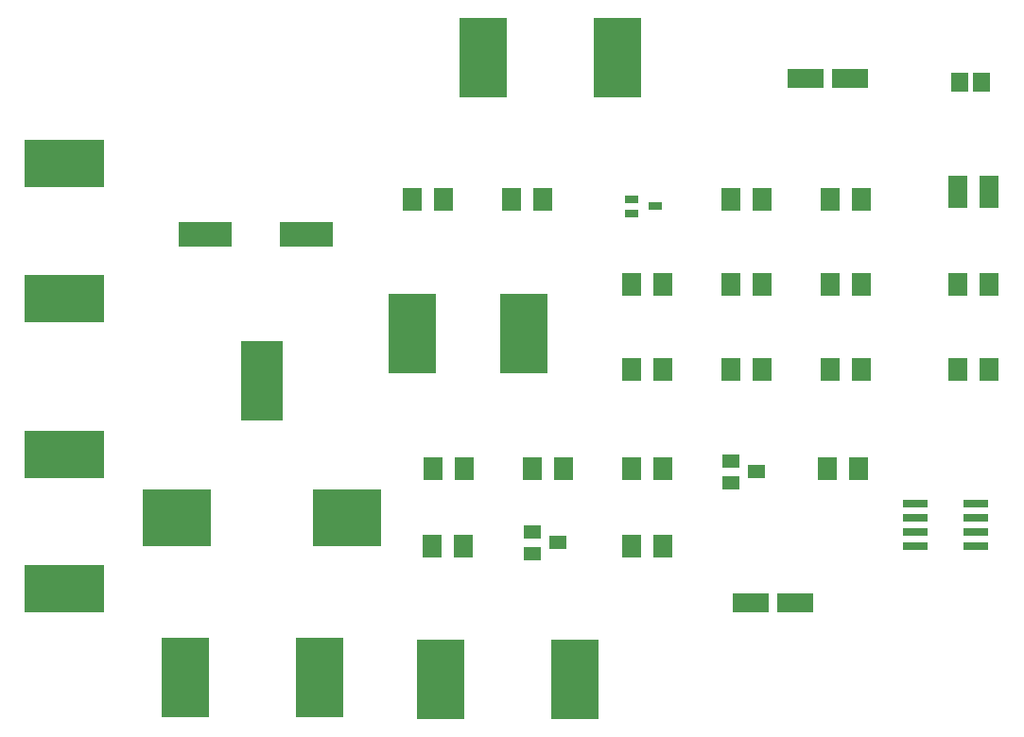
<source format=gbr>
G04 DipTrace 3.2.0.1*
G04 TopMask.gbr*
%MOIN*%
G04 #@! TF.FileFunction,Soldermask,Top*
G04 #@! TF.Part,Single*
%ADD30R,0.086614X0.031496*%
%ADD32R,0.070866X0.114173*%
%ADD34R,0.045276X0.027559*%
%ADD36R,0.165354X0.283465*%
%ADD38R,0.283465X0.165354*%
%ADD40R,0.062992X0.047244*%
%ADD42R,0.145669X0.283465*%
%ADD44R,0.244094X0.204724*%
%ADD46R,0.185039X0.090551*%
%ADD48R,0.059055X0.066929*%
%ADD50R,0.125984X0.066929*%
%ADD52R,0.070866X0.07874*%
%FSLAX26Y26*%
G04*
G70*
G90*
G75*
G01*
G04 TopMask*
%LPD*%
D52*
X3793701Y1793701D3*
X3903937D3*
D50*
X3414173Y2818701D3*
X3256693D3*
D52*
X2293701Y1443701D3*
X2403937D3*
D48*
X3874951Y2806201D3*
X3800148D3*
D52*
X3343701Y1793701D3*
X3453937D3*
D50*
X3218701Y968701D3*
X3061220D3*
D46*
X1140551Y2269094D3*
X1494882D3*
D52*
X1943701Y1443701D3*
X2053937D3*
X2993701Y2093701D3*
X3103937D3*
Y1793701D3*
X2993701D3*
X2753937Y1443701D3*
X2643701D3*
D44*
X1040551Y1269094D3*
X1639076D3*
D42*
X1338190Y1752166D3*
D40*
X2993701Y1468701D3*
Y1393898D3*
X3084252Y1431299D3*
D38*
X643701Y2518701D3*
Y2043701D3*
Y1493701D3*
Y1018701D3*
D36*
X2593701Y2893701D3*
X2118701D3*
X1068701Y706201D3*
X1543701D3*
X1968701Y699951D3*
X2443701D3*
X1868701Y1918701D3*
X2262402D3*
D40*
X2293701Y1218701D3*
Y1143898D3*
X2384252Y1181299D3*
D34*
X2643701Y2393701D3*
Y2342514D3*
X2726378Y2368108D3*
D52*
X3793701Y2093701D3*
X3903937D3*
D32*
X3793701Y2418701D3*
X3903937D3*
D52*
X3443701Y1443701D3*
X3333465D3*
X2643701Y1793701D3*
X2753937D3*
X2218701Y2393701D3*
X2328937D3*
X2993701D3*
X3103937D3*
X1868701D3*
X1978937D3*
X3343701Y2093701D3*
X3453937D3*
X3343701Y2393701D3*
X3453937D3*
X2643701Y2093701D3*
X2753937D3*
X1938583Y1168701D3*
X2048819D3*
X2643701D3*
X2753937D3*
D30*
X3643701Y1318701D3*
Y1268701D3*
Y1218701D3*
Y1168701D3*
X3856299D3*
Y1218701D3*
Y1268701D3*
Y1318701D3*
M02*

</source>
